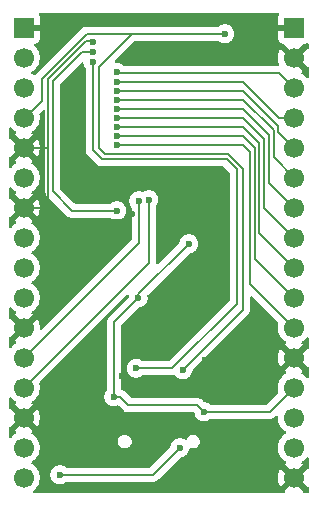
<source format=gbr>
%TF.GenerationSoftware,KiCad,Pcbnew,9.0.0*%
%TF.CreationDate,2025-05-27T11:33:04+06:00*%
%TF.ProjectId,devboard,64657662-6f61-4726-942e-6b696361645f,rev?*%
%TF.SameCoordinates,Original*%
%TF.FileFunction,Copper,L2,Bot*%
%TF.FilePolarity,Positive*%
%FSLAX46Y46*%
G04 Gerber Fmt 4.6, Leading zero omitted, Abs format (unit mm)*
G04 Created by KiCad (PCBNEW 9.0.0) date 2025-05-27 11:33:04*
%MOMM*%
%LPD*%
G01*
G04 APERTURE LIST*
%TA.AperFunction,Conductor*%
%ADD10C,0.200000*%
%TD*%
%TA.AperFunction,ComponentPad*%
%ADD11R,1.700000X1.700000*%
%TD*%
%TA.AperFunction,ComponentPad*%
%ADD12C,1.700000*%
%TD*%
%TA.AperFunction,ViaPad*%
%ADD13C,0.600000*%
%TD*%
G04 APERTURE END LIST*
D10*
%TO.N,GND*%
X139700000Y-76200000D02*
X141732000Y-76200000D01*
%TD*%
D11*
%TO.P,J3,1,Pin_1*%
%TO.N,GND*%
X139700000Y-66040000D03*
D12*
%TO.P,J3,2,Pin_2*%
%TO.N,VCC_3.3V*%
X139700000Y-68580000D03*
%TO.P,J3,3,Pin_3*%
%TO.N,BTN_BOOT*%
X139700000Y-71120000D03*
%TO.P,J3,4,Pin_4*%
%TO.N,BTN_RST*%
X139700000Y-73660000D03*
%TO.P,J3,5,Pin_5*%
%TO.N,GND*%
X139700000Y-76200000D03*
%TO.P,J3,6,Pin_6*%
%TO.N,CS*%
X139700000Y-78740000D03*
%TO.P,J3,7,Pin_7*%
%TO.N,GND*%
X139700000Y-81280000D03*
%TO.P,J3,8,Pin_8*%
%TO.N,MOSI*%
X139700000Y-83820000D03*
%TO.P,J3,9,Pin_9*%
%TO.N,MISO*%
X139700000Y-86360000D03*
%TO.P,J3,10,Pin_10*%
%TO.N,SCK*%
X139700000Y-88900000D03*
%TO.P,J3,11,Pin_11*%
%TO.N,GND*%
X139700000Y-91440000D03*
%TO.P,J3,12,Pin_12*%
%TO.N,TXD1*%
X139700000Y-93980000D03*
%TO.P,J3,13,Pin_13*%
%TO.N,RXD1*%
X139700000Y-96520000D03*
%TO.P,J3,14,Pin_14*%
%TO.N,GND*%
X139700000Y-99060000D03*
%TO.P,J3,15,Pin_15*%
%TO.N,14*%
X139700000Y-101600000D03*
%TO.P,J3,16,Pin_16*%
%TO.N,15*%
X139700000Y-104140000D03*
%TD*%
D11*
%TO.P,J4,1,Pin_1*%
%TO.N,GND*%
X162560000Y-66040000D03*
D12*
%TO.P,J4,2,Pin_2*%
X162560000Y-68580000D03*
%TO.P,J4,3,Pin_3*%
%TO.N,1*%
X162560000Y-71120000D03*
%TO.P,J4,4,Pin_4*%
%TO.N,2*%
X162560000Y-73660000D03*
%TO.P,J4,5,Pin_5*%
%TO.N,3*%
X162560000Y-76200000D03*
%TO.P,J4,6,Pin_6*%
%TO.N,4*%
X162560000Y-78740000D03*
%TO.P,J4,7,Pin_7*%
%TO.N,5*%
X162560000Y-81280000D03*
%TO.P,J4,8,Pin_8*%
%TO.N,6*%
X162560000Y-83820000D03*
%TO.P,J4,9,Pin_9*%
%TO.N,7*%
X162560000Y-86360000D03*
%TO.P,J4,10,Pin_10*%
%TO.N,8*%
X162560000Y-88900000D03*
%TO.P,J4,11,Pin_11*%
%TO.N,9*%
X162560000Y-91440000D03*
%TO.P,J4,12,Pin_12*%
%TO.N,GND*%
X162560000Y-93980000D03*
%TO.P,J4,13,Pin_13*%
%TO.N,VCC_5V*%
X162560000Y-96520000D03*
%TO.P,J4,14,Pin_14*%
%TO.N,EXT_D+*%
X162560000Y-99060000D03*
%TO.P,J4,15,Pin_15*%
%TO.N,EXT_D-*%
X162560000Y-101600000D03*
%TO.P,J4,16,Pin_16*%
%TO.N,GND*%
X162560000Y-104140000D03*
%TD*%
D13*
%TO.N,GND*%
X153500000Y-104522000D03*
X150000000Y-102500000D03*
X148000000Y-95500000D03*
X145500000Y-98000000D03*
X157500000Y-92000000D03*
X155000000Y-90500000D03*
X145000000Y-85000000D03*
X155000000Y-81000000D03*
X151500000Y-82500000D03*
X156000000Y-78000000D03*
X150500000Y-78000000D03*
X145500000Y-78000000D03*
%TO.N,1*%
X147563638Y-69812064D03*
%TO.N,2*%
X147574000Y-70612000D03*
%TO.N,8*%
X147574000Y-75184000D03*
%TO.N,4*%
X147574000Y-72136000D03*
%TO.N,5*%
X147574000Y-72898000D03*
%TO.N,7*%
X147574000Y-74422000D03*
%TO.N,6*%
X147574000Y-73660000D03*
%TO.N,GND*%
X157480000Y-93472000D03*
X155000000Y-94150265D03*
X142748000Y-94996000D03*
X142621000Y-88519000D03*
X145542000Y-67271997D03*
X142621000Y-81661000D03*
X148830000Y-81788000D03*
%TO.N,Net-(J1-CC2)*%
X152908000Y-101600000D03*
X142748000Y-103886000D03*
%TO.N,VCC_5V*%
X147320000Y-97282000D03*
X154940000Y-98552000D03*
X153670000Y-84328000D03*
X149379750Y-88927750D03*
%TO.N,VCC_3.3V*%
X145542000Y-68072000D03*
X147574000Y-81534000D03*
%TO.N,BTN_RST*%
X156718000Y-66548000D03*
X153162000Y-94996000D03*
%TO.N,BTN_BOOT*%
X149225000Y-94869000D03*
X145542000Y-68914558D03*
%TO.N,9*%
X147574000Y-75946000D03*
%TO.N,3*%
X147574000Y-71374000D03*
%TO.N,RXD1*%
X150280000Y-80606000D03*
%TO.N,TXD1*%
X149430000Y-80694000D03*
%TD*%
D10*
%TO.N,VCC_5V*%
X147320000Y-97282000D02*
X147828000Y-97282000D01*
X154388000Y-98000000D02*
X154940000Y-98552000D01*
X147828000Y-97282000D02*
X148546000Y-98000000D01*
X148546000Y-98000000D02*
X154388000Y-98000000D01*
%TO.N,GND*%
X155531735Y-94150265D02*
X156210000Y-93472000D01*
X155000000Y-94150265D02*
X155531735Y-94150265D01*
X156210000Y-93472000D02*
X157480000Y-93472000D01*
%TO.N,1*%
X147563638Y-69812064D02*
X147601574Y-69850000D01*
X147601574Y-69850000D02*
X161290000Y-69850000D01*
X161290000Y-69850000D02*
X162560000Y-71120000D01*
%TO.N,2*%
X161290000Y-73660000D02*
X158242000Y-70612000D01*
X158242000Y-70612000D02*
X147574000Y-70612000D01*
X162560000Y-73660000D02*
X161290000Y-73660000D01*
%TO.N,8*%
X159245900Y-76200822D02*
X159245900Y-85585900D01*
X147574000Y-75184000D02*
X158229078Y-75184000D01*
X158229078Y-75184000D02*
X159245900Y-76200822D01*
X159245900Y-85585900D02*
X162560000Y-88900000D01*
%TO.N,4*%
X162560000Y-77978000D02*
X162560000Y-78740000D01*
X160849900Y-77029900D02*
X162560000Y-78740000D01*
X147574000Y-72136000D02*
X158242000Y-72136000D01*
X158242000Y-72136000D02*
X160849900Y-74743900D01*
X160849900Y-74743900D02*
X160849900Y-77029900D01*
%TO.N,5*%
X160448900Y-75104900D02*
X160448900Y-79168900D01*
X160448900Y-79168900D02*
X162560000Y-81280000D01*
X147574000Y-72898000D02*
X158242000Y-72898000D01*
X158242000Y-72898000D02*
X160448900Y-75104900D01*
%TO.N,7*%
X159646900Y-75826900D02*
X159646900Y-83446900D01*
X158242000Y-74422000D02*
X159646900Y-75826900D01*
X147574000Y-74422000D02*
X158242000Y-74422000D01*
X159646900Y-83446900D02*
X162560000Y-86360000D01*
%TO.N,6*%
X158242000Y-73660000D02*
X160047900Y-75465900D01*
X147574000Y-73660000D02*
X158242000Y-73660000D01*
X160047900Y-75465900D02*
X160047900Y-81307900D01*
X160047900Y-81307900D02*
X162560000Y-83820000D01*
%TO.N,GND*%
X144957835Y-67191265D02*
X141732000Y-70417100D01*
X145288000Y-67191265D02*
X144957835Y-67191265D01*
X145368732Y-67271997D02*
X145288000Y-67191265D01*
X143256000Y-82296000D02*
X142621000Y-81661000D01*
X139700000Y-99060000D02*
X141986000Y-96774000D01*
X141732000Y-80772000D02*
X142621000Y-81661000D01*
X142621000Y-81661000D02*
X141605000Y-81661000D01*
X141986000Y-96774000D02*
X141986000Y-95758000D01*
X142621000Y-81661000D02*
X142621000Y-88519000D01*
X141224000Y-81280000D02*
X139700000Y-81280000D01*
X141732000Y-70417100D02*
X141732000Y-80772000D01*
X148082000Y-82296000D02*
X143256000Y-82296000D01*
X141605000Y-81661000D02*
X141224000Y-81280000D01*
X141986000Y-95758000D02*
X142748000Y-94996000D01*
X145542000Y-67271997D02*
X145368732Y-67271997D01*
X148590000Y-81788000D02*
X148082000Y-82296000D01*
X142621000Y-88519000D02*
X139700000Y-91440000D01*
X148830000Y-81788000D02*
X148590000Y-81788000D01*
%TO.N,Net-(J1-CC2)*%
X142748000Y-103886000D02*
X150622000Y-103886000D01*
X150622000Y-103886000D02*
X152908000Y-101600000D01*
%TO.N,VCC_5V*%
X154940000Y-98552000D02*
X160528000Y-98552000D01*
X147320000Y-90987500D02*
X149379750Y-88927750D01*
X160528000Y-98552000D02*
X162560000Y-96520000D01*
X149379750Y-88618250D02*
X153670000Y-84328000D01*
X149379750Y-88927750D02*
X149379750Y-88618250D01*
X147320000Y-97282000D02*
X147320000Y-90987500D01*
%TO.N,VCC_3.3V*%
X142133000Y-70583200D02*
X142133000Y-79903000D01*
X142133000Y-79903000D02*
X143764000Y-81534000D01*
X145542000Y-68072000D02*
X144644200Y-68072000D01*
X144644200Y-68072000D02*
X142133000Y-70583200D01*
X143764000Y-81534000D02*
X147574000Y-81534000D01*
%TO.N,BTN_RST*%
X156972000Y-76708000D02*
X146554754Y-76708000D01*
X141224000Y-72271000D02*
X139835000Y-73660000D01*
X141224000Y-70358000D02*
X141224000Y-72271000D01*
X146554754Y-76708000D02*
X146050000Y-76203246D01*
X149098000Y-66548000D02*
X145034000Y-66548000D01*
X146050000Y-69342000D02*
X148844000Y-66548000D01*
X139835000Y-73660000D02*
X139700000Y-73660000D01*
X158242000Y-77978000D02*
X156972000Y-76708000D01*
X158242000Y-89916000D02*
X158242000Y-77978000D01*
X156718000Y-66548000D02*
X149098000Y-66548000D01*
X146050000Y-76203246D02*
X146050000Y-69342000D01*
X148844000Y-66548000D02*
X149098000Y-66548000D01*
X145034000Y-66548000D02*
X141224000Y-70358000D01*
X153162000Y-94996000D02*
X158242000Y-89916000D01*
%TO.N,BTN_BOOT*%
X157734000Y-89408000D02*
X152273000Y-94869000D01*
X157734000Y-78037100D02*
X157734000Y-89408000D01*
X145542000Y-68914558D02*
X145542000Y-76400521D01*
X152273000Y-94869000D02*
X149225000Y-94869000D01*
X156886160Y-77189260D02*
X157734000Y-78037100D01*
X146330739Y-77189260D02*
X156886160Y-77189260D01*
X145542000Y-76400521D02*
X146330739Y-77189260D01*
%TO.N,9*%
X147574000Y-75946000D02*
X158242000Y-75946000D01*
X158844900Y-76548900D02*
X158844900Y-87724900D01*
X158242000Y-75946000D02*
X158844900Y-76548900D01*
X158844900Y-87724900D02*
X162560000Y-91440000D01*
%TO.N,3*%
X161260450Y-74392450D02*
X158242000Y-71374000D01*
X161260450Y-74900450D02*
X161260450Y-74392450D01*
X162560000Y-76200000D02*
X161260450Y-74900450D01*
X158242000Y-71374000D02*
X147574000Y-71374000D01*
%TO.N,RXD1*%
X150280000Y-85940000D02*
X139700000Y-96520000D01*
X150280000Y-80606000D02*
X150280000Y-85940000D01*
%TO.N,TXD1*%
X149430000Y-84250000D02*
X139700000Y-93980000D01*
X149430000Y-80694000D02*
X149430000Y-84250000D01*
%TD*%
%TA.AperFunction,Conductor*%
%TO.N,GND*%
G36*
X148510340Y-88661407D02*
G01*
X148566273Y-88703279D01*
X148590690Y-88768743D01*
X148588623Y-88801781D01*
X148579111Y-88849600D01*
X148546726Y-88911511D01*
X148545175Y-88913089D01*
X146839481Y-90618782D01*
X146839479Y-90618785D01*
X146789361Y-90705594D01*
X146789359Y-90705596D01*
X146760425Y-90755709D01*
X146760424Y-90755710D01*
X146760423Y-90755715D01*
X146719499Y-90908443D01*
X146719499Y-90908445D01*
X146719499Y-91076546D01*
X146719500Y-91076559D01*
X146719500Y-96702234D01*
X146699815Y-96769273D01*
X146698602Y-96771125D01*
X146610609Y-96902814D01*
X146610602Y-96902827D01*
X146550264Y-97048498D01*
X146550261Y-97048510D01*
X146519500Y-97203153D01*
X146519500Y-97360846D01*
X146550261Y-97515489D01*
X146550264Y-97515501D01*
X146610602Y-97661172D01*
X146610609Y-97661185D01*
X146698210Y-97792288D01*
X146698213Y-97792292D01*
X146809707Y-97903786D01*
X146809711Y-97903789D01*
X146940814Y-97991390D01*
X146940827Y-97991397D01*
X147082626Y-98050131D01*
X147086503Y-98051737D01*
X147241153Y-98082499D01*
X147241156Y-98082500D01*
X147241158Y-98082500D01*
X147398844Y-98082500D01*
X147398845Y-98082499D01*
X147553497Y-98051737D01*
X147614840Y-98026327D01*
X147684305Y-98018858D01*
X147746785Y-98050131D01*
X147749972Y-98053207D01*
X148061139Y-98364374D01*
X148061149Y-98364385D01*
X148065479Y-98368715D01*
X148065480Y-98368716D01*
X148177284Y-98480520D01*
X148177286Y-98480521D01*
X148177290Y-98480524D01*
X148283058Y-98541588D01*
X148314216Y-98559577D01*
X148413149Y-98586086D01*
X148413148Y-98586086D01*
X148424516Y-98589131D01*
X148466942Y-98600500D01*
X148466943Y-98600500D01*
X154031700Y-98600500D01*
X154098739Y-98620185D01*
X154144494Y-98672989D01*
X154153317Y-98700308D01*
X154170261Y-98785491D01*
X154170264Y-98785501D01*
X154230602Y-98931172D01*
X154230609Y-98931185D01*
X154318210Y-99062288D01*
X154318213Y-99062292D01*
X154429707Y-99173786D01*
X154429711Y-99173789D01*
X154560814Y-99261390D01*
X154560827Y-99261397D01*
X154706498Y-99321735D01*
X154706503Y-99321737D01*
X154861153Y-99352499D01*
X154861156Y-99352500D01*
X154861158Y-99352500D01*
X155018844Y-99352500D01*
X155018845Y-99352499D01*
X155173497Y-99321737D01*
X155319179Y-99261394D01*
X155331752Y-99252993D01*
X155450875Y-99173398D01*
X155517553Y-99152520D01*
X155519766Y-99152500D01*
X160441331Y-99152500D01*
X160441347Y-99152501D01*
X160448943Y-99152501D01*
X160607054Y-99152501D01*
X160607057Y-99152501D01*
X160759785Y-99111577D01*
X160809904Y-99082639D01*
X160896716Y-99032520D01*
X160997820Y-98931415D01*
X161059141Y-98897932D01*
X161128833Y-98902916D01*
X161184767Y-98944787D01*
X161209184Y-99010251D01*
X161209500Y-99019098D01*
X161209500Y-99166286D01*
X161242753Y-99376239D01*
X161308444Y-99578414D01*
X161404951Y-99767820D01*
X161529890Y-99939786D01*
X161680213Y-100090109D01*
X161852182Y-100215050D01*
X161860946Y-100219516D01*
X161911742Y-100267491D01*
X161928536Y-100335312D01*
X161905998Y-100401447D01*
X161860946Y-100440484D01*
X161852182Y-100444949D01*
X161680213Y-100569890D01*
X161529890Y-100720213D01*
X161404951Y-100892179D01*
X161308444Y-101081585D01*
X161242753Y-101283760D01*
X161237942Y-101314136D01*
X161209500Y-101493713D01*
X161209500Y-101706287D01*
X161242754Y-101916243D01*
X161305803Y-102110288D01*
X161308444Y-102118414D01*
X161404951Y-102307820D01*
X161529890Y-102479786D01*
X161680213Y-102630109D01*
X161852179Y-102755048D01*
X161852181Y-102755049D01*
X161852184Y-102755051D01*
X161861493Y-102759794D01*
X161912290Y-102807766D01*
X161929087Y-102875587D01*
X161906552Y-102941722D01*
X161861505Y-102980760D01*
X161852446Y-102985376D01*
X161852440Y-102985380D01*
X161798282Y-103024727D01*
X161798282Y-103024728D01*
X162430591Y-103657037D01*
X162367007Y-103674075D01*
X162252993Y-103739901D01*
X162159901Y-103832993D01*
X162094075Y-103947007D01*
X162077037Y-104010591D01*
X161444728Y-103378282D01*
X161444727Y-103378282D01*
X161405380Y-103432439D01*
X161308904Y-103621782D01*
X161243242Y-103823869D01*
X161243242Y-103823872D01*
X161210000Y-104033753D01*
X161210000Y-104246246D01*
X161243242Y-104456127D01*
X161243242Y-104456130D01*
X161308904Y-104658217D01*
X161405375Y-104847550D01*
X161444728Y-104901716D01*
X162077037Y-104269408D01*
X162094075Y-104332993D01*
X162159901Y-104447007D01*
X162252993Y-104540099D01*
X162367007Y-104605925D01*
X162430590Y-104622962D01*
X161798282Y-105255269D01*
X161800526Y-105283770D01*
X161786162Y-105352147D01*
X161737112Y-105401905D01*
X161676908Y-105417500D01*
X140620914Y-105417500D01*
X140553875Y-105397815D01*
X140508120Y-105345011D01*
X140498176Y-105275853D01*
X140527201Y-105212297D01*
X140548029Y-105193182D01*
X140579785Y-105170109D01*
X140579783Y-105170109D01*
X140579792Y-105170104D01*
X140730104Y-105019792D01*
X140730106Y-105019788D01*
X140730109Y-105019786D01*
X140855048Y-104847820D01*
X140855047Y-104847820D01*
X140855051Y-104847816D01*
X140951557Y-104658412D01*
X141017246Y-104456243D01*
X141050500Y-104246287D01*
X141050500Y-104033713D01*
X141017246Y-103823757D01*
X141011851Y-103807153D01*
X141947500Y-103807153D01*
X141947500Y-103964846D01*
X141978261Y-104119489D01*
X141978264Y-104119501D01*
X142038602Y-104265172D01*
X142038609Y-104265185D01*
X142126210Y-104396288D01*
X142126213Y-104396292D01*
X142237707Y-104507786D01*
X142237711Y-104507789D01*
X142368814Y-104595390D01*
X142368827Y-104595397D01*
X142476510Y-104640000D01*
X142514503Y-104655737D01*
X142669153Y-104686499D01*
X142669156Y-104686500D01*
X142669158Y-104686500D01*
X142826844Y-104686500D01*
X142826845Y-104686499D01*
X142981497Y-104655737D01*
X143127179Y-104595394D01*
X143209934Y-104540099D01*
X143258875Y-104507398D01*
X143325553Y-104486520D01*
X143327766Y-104486500D01*
X150535331Y-104486500D01*
X150535347Y-104486501D01*
X150542943Y-104486501D01*
X150701054Y-104486501D01*
X150701057Y-104486501D01*
X150853785Y-104445577D01*
X150903904Y-104416639D01*
X150990716Y-104366520D01*
X151102520Y-104254716D01*
X151102520Y-104254714D01*
X151112728Y-104244507D01*
X151112729Y-104244504D01*
X152922662Y-102434572D01*
X152983983Y-102401089D01*
X152986150Y-102400638D01*
X153044085Y-102389113D01*
X153141497Y-102369737D01*
X153287179Y-102309394D01*
X153418289Y-102221789D01*
X153529789Y-102110289D01*
X153617394Y-101979179D01*
X153677737Y-101833497D01*
X153696742Y-101737955D01*
X153729127Y-101676044D01*
X153789842Y-101641470D01*
X153850450Y-101642370D01*
X153944234Y-101667500D01*
X153944236Y-101667500D01*
X154095764Y-101667500D01*
X154095766Y-101667500D01*
X154242135Y-101628281D01*
X154373365Y-101552515D01*
X154480515Y-101445365D01*
X154556281Y-101314135D01*
X154595500Y-101167766D01*
X154595500Y-101016234D01*
X154556281Y-100869865D01*
X154480515Y-100738635D01*
X154373365Y-100631485D01*
X154307750Y-100593602D01*
X154242136Y-100555719D01*
X154168950Y-100536109D01*
X154095766Y-100516500D01*
X153944234Y-100516500D01*
X153797863Y-100555719D01*
X153666635Y-100631485D01*
X153666632Y-100631487D01*
X153559487Y-100738632D01*
X153559485Y-100738635D01*
X153486561Y-100864942D01*
X153435993Y-100913157D01*
X153367386Y-100926379D01*
X153310283Y-100906043D01*
X153287185Y-100890609D01*
X153287172Y-100890602D01*
X153141501Y-100830264D01*
X153141489Y-100830261D01*
X152986845Y-100799500D01*
X152986842Y-100799500D01*
X152829158Y-100799500D01*
X152829155Y-100799500D01*
X152674510Y-100830261D01*
X152674498Y-100830264D01*
X152528827Y-100890602D01*
X152528814Y-100890609D01*
X152397711Y-100978210D01*
X152397707Y-100978213D01*
X152286213Y-101089707D01*
X152286210Y-101089711D01*
X152198609Y-101220814D01*
X152198602Y-101220827D01*
X152138264Y-101366498D01*
X152138261Y-101366508D01*
X152107361Y-101521850D01*
X152074976Y-101583761D01*
X152073425Y-101585339D01*
X150409584Y-103249181D01*
X150348261Y-103282666D01*
X150321903Y-103285500D01*
X143327766Y-103285500D01*
X143260727Y-103265815D01*
X143258875Y-103264602D01*
X143127185Y-103176609D01*
X143127172Y-103176602D01*
X142981501Y-103116264D01*
X142981489Y-103116261D01*
X142826845Y-103085500D01*
X142826842Y-103085500D01*
X142669158Y-103085500D01*
X142669155Y-103085500D01*
X142514510Y-103116261D01*
X142514498Y-103116264D01*
X142368827Y-103176602D01*
X142368814Y-103176609D01*
X142237711Y-103264210D01*
X142237707Y-103264213D01*
X142126213Y-103375707D01*
X142126210Y-103375711D01*
X142038609Y-103506814D01*
X142038602Y-103506827D01*
X141978264Y-103652498D01*
X141978261Y-103652510D01*
X141947500Y-103807153D01*
X141011851Y-103807153D01*
X140951557Y-103621588D01*
X140855051Y-103432184D01*
X140855049Y-103432181D01*
X140855048Y-103432179D01*
X140730109Y-103260213D01*
X140579786Y-103109890D01*
X140407820Y-102984951D01*
X140399600Y-102980763D01*
X140399054Y-102980485D01*
X140348259Y-102932512D01*
X140331463Y-102864692D01*
X140353999Y-102798556D01*
X140399054Y-102759515D01*
X140407816Y-102755051D01*
X140429789Y-102739086D01*
X140579786Y-102630109D01*
X140579788Y-102630106D01*
X140579792Y-102630104D01*
X140730104Y-102479792D01*
X140730106Y-102479788D01*
X140730109Y-102479786D01*
X140853902Y-102309397D01*
X140855051Y-102307816D01*
X140951557Y-102118412D01*
X141017246Y-101916243D01*
X141050500Y-101706287D01*
X141050500Y-101493713D01*
X141017246Y-101283757D01*
X140951557Y-101081588D01*
X140918258Y-101016234D01*
X147664500Y-101016234D01*
X147664500Y-101167766D01*
X147684109Y-101240950D01*
X147703719Y-101314136D01*
X147733951Y-101366498D01*
X147779485Y-101445365D01*
X147886635Y-101552515D01*
X148017865Y-101628281D01*
X148164234Y-101667500D01*
X148164236Y-101667500D01*
X148315764Y-101667500D01*
X148315766Y-101667500D01*
X148462135Y-101628281D01*
X148593365Y-101552515D01*
X148700515Y-101445365D01*
X148776281Y-101314135D01*
X148815500Y-101167766D01*
X148815500Y-101016234D01*
X148776281Y-100869865D01*
X148700515Y-100738635D01*
X148593365Y-100631485D01*
X148527750Y-100593602D01*
X148462136Y-100555719D01*
X148388950Y-100536109D01*
X148315766Y-100516500D01*
X148164234Y-100516500D01*
X148017863Y-100555719D01*
X147886635Y-100631485D01*
X147886632Y-100631487D01*
X147779487Y-100738632D01*
X147779485Y-100738635D01*
X147703719Y-100869863D01*
X147666996Y-101006918D01*
X147664500Y-101016234D01*
X140918258Y-101016234D01*
X140855051Y-100892184D01*
X140855049Y-100892181D01*
X140855048Y-100892179D01*
X140730109Y-100720213D01*
X140579786Y-100569890D01*
X140407817Y-100444949D01*
X140398504Y-100440204D01*
X140347707Y-100392230D01*
X140330912Y-100324409D01*
X140353449Y-100258274D01*
X140398507Y-100219232D01*
X140407555Y-100214622D01*
X140461716Y-100175270D01*
X140461717Y-100175270D01*
X139829408Y-99542962D01*
X139892993Y-99525925D01*
X140007007Y-99460099D01*
X140100099Y-99367007D01*
X140165925Y-99252993D01*
X140182962Y-99189409D01*
X140815270Y-99821717D01*
X140815270Y-99821716D01*
X140854622Y-99767554D01*
X140951095Y-99578217D01*
X141016757Y-99376130D01*
X141016757Y-99376127D01*
X141050000Y-99166246D01*
X141050000Y-98953753D01*
X141016757Y-98743872D01*
X141016757Y-98743869D01*
X140951095Y-98541782D01*
X140854624Y-98352449D01*
X140815270Y-98298282D01*
X140815269Y-98298282D01*
X140182962Y-98930590D01*
X140165925Y-98867007D01*
X140100099Y-98752993D01*
X140007007Y-98659901D01*
X139892993Y-98594075D01*
X139829409Y-98577037D01*
X140461716Y-97944728D01*
X140407547Y-97905373D01*
X140407547Y-97905372D01*
X140398500Y-97900763D01*
X140347706Y-97852788D01*
X140330912Y-97784966D01*
X140353451Y-97718832D01*
X140398508Y-97679793D01*
X140407816Y-97675051D01*
X140487007Y-97617515D01*
X140579786Y-97550109D01*
X140579788Y-97550106D01*
X140579792Y-97550104D01*
X140730104Y-97399792D01*
X140730106Y-97399788D01*
X140730109Y-97399786D01*
X140855048Y-97227820D01*
X140855047Y-97227820D01*
X140855051Y-97227816D01*
X140951557Y-97038412D01*
X141017246Y-96836243D01*
X141050500Y-96626287D01*
X141050500Y-96413713D01*
X141017246Y-96203757D01*
X141003506Y-96161473D01*
X141001512Y-96091635D01*
X141033755Y-96035478D01*
X148379327Y-88689906D01*
X148440648Y-88656423D01*
X148510340Y-88661407D01*
G37*
%TD.AperFunction*%
%TA.AperFunction,Conductor*%
G36*
X163675270Y-104901717D02*
G01*
X163703771Y-104899474D01*
X163772148Y-104913838D01*
X163821905Y-104962890D01*
X163837500Y-105023092D01*
X163837500Y-105293500D01*
X163817815Y-105360539D01*
X163765011Y-105406294D01*
X163713500Y-105417500D01*
X163443092Y-105417500D01*
X163376053Y-105397815D01*
X163330298Y-105345011D01*
X163319474Y-105283771D01*
X163321717Y-105255270D01*
X162689408Y-104622962D01*
X162752993Y-104605925D01*
X162867007Y-104540099D01*
X162960099Y-104447007D01*
X163025925Y-104332993D01*
X163042962Y-104269409D01*
X163675270Y-104901717D01*
G37*
%TD.AperFunction*%
%TA.AperFunction,Conductor*%
G36*
X163799919Y-102431987D02*
G01*
X163834277Y-102492825D01*
X163837500Y-102520913D01*
X163837500Y-103256907D01*
X163817815Y-103323946D01*
X163765011Y-103369701D01*
X163703771Y-103380525D01*
X163675270Y-103378281D01*
X163042962Y-104010590D01*
X163025925Y-103947007D01*
X162960099Y-103832993D01*
X162867007Y-103739901D01*
X162752993Y-103674075D01*
X162689409Y-103657037D01*
X163321716Y-103024728D01*
X163267547Y-102985373D01*
X163267547Y-102985372D01*
X163258500Y-102980763D01*
X163207706Y-102932788D01*
X163190912Y-102864966D01*
X163213451Y-102798832D01*
X163258508Y-102759793D01*
X163267816Y-102755051D01*
X163347007Y-102697515D01*
X163439786Y-102630109D01*
X163439788Y-102630106D01*
X163439792Y-102630104D01*
X163590104Y-102479792D01*
X163613181Y-102448028D01*
X163668510Y-102405363D01*
X163738123Y-102399382D01*
X163799919Y-102431987D01*
G37*
%TD.AperFunction*%
%TA.AperFunction,Conductor*%
G36*
X139234075Y-99252993D02*
G01*
X139299901Y-99367007D01*
X139392993Y-99460099D01*
X139507007Y-99525925D01*
X139570590Y-99542962D01*
X138938282Y-100175269D01*
X138938282Y-100175270D01*
X138992452Y-100214626D01*
X138992451Y-100214626D01*
X139001495Y-100219234D01*
X139052292Y-100267208D01*
X139069087Y-100335029D01*
X139046550Y-100401164D01*
X139001499Y-100440202D01*
X138992182Y-100444949D01*
X138820213Y-100569890D01*
X138669894Y-100720209D01*
X138669890Y-100720214D01*
X138646818Y-100751971D01*
X138591489Y-100794637D01*
X138521875Y-100800616D01*
X138460080Y-100768011D01*
X138425723Y-100707172D01*
X138422500Y-100679086D01*
X138422500Y-99943091D01*
X138442185Y-99876052D01*
X138494989Y-99830297D01*
X138556230Y-99819473D01*
X138584728Y-99821716D01*
X139217037Y-99189408D01*
X139234075Y-99252993D01*
G37*
%TD.AperFunction*%
%TA.AperFunction,Conductor*%
G36*
X138627703Y-97347200D02*
G01*
X138646819Y-97368029D01*
X138669892Y-97399788D01*
X138820213Y-97550109D01*
X138992179Y-97675048D01*
X138992181Y-97675049D01*
X138992184Y-97675051D01*
X139001493Y-97679794D01*
X139052290Y-97727766D01*
X139069087Y-97795587D01*
X139046552Y-97861722D01*
X139001505Y-97900760D01*
X138992446Y-97905376D01*
X138992440Y-97905380D01*
X138938282Y-97944727D01*
X138938282Y-97944728D01*
X139570591Y-98577037D01*
X139507007Y-98594075D01*
X139392993Y-98659901D01*
X139299901Y-98752993D01*
X139234075Y-98867007D01*
X139217037Y-98930591D01*
X138584728Y-98298282D01*
X138556229Y-98300525D01*
X138487852Y-98286161D01*
X138438095Y-98237109D01*
X138422500Y-98176907D01*
X138422500Y-97440913D01*
X138442185Y-97373874D01*
X138494989Y-97328119D01*
X138564147Y-97318175D01*
X138627703Y-97347200D01*
G37*
%TD.AperFunction*%
%TA.AperFunction,Conductor*%
G36*
X144680358Y-68987589D02*
G01*
X144736291Y-69029461D01*
X144758641Y-69079578D01*
X144772261Y-69148050D01*
X144772264Y-69148059D01*
X144832602Y-69293730D01*
X144832609Y-69293743D01*
X144920602Y-69425432D01*
X144941480Y-69492109D01*
X144941500Y-69494323D01*
X144941500Y-76313851D01*
X144941499Y-76313869D01*
X144941499Y-76479575D01*
X144941498Y-76479575D01*
X144982423Y-76632307D01*
X144995752Y-76655392D01*
X144995753Y-76655394D01*
X145061477Y-76769233D01*
X145061481Y-76769238D01*
X145180349Y-76888106D01*
X145180355Y-76888111D01*
X145845878Y-77553634D01*
X145845888Y-77553645D01*
X145850218Y-77557975D01*
X145850219Y-77557976D01*
X145962023Y-77669780D01*
X145962025Y-77669781D01*
X145962029Y-77669784D01*
X146098948Y-77748833D01*
X146098955Y-77748837D01*
X146207603Y-77777949D01*
X146251681Y-77789760D01*
X146251682Y-77789760D01*
X156586063Y-77789760D01*
X156653102Y-77809445D01*
X156673744Y-77826079D01*
X157097181Y-78249516D01*
X157130666Y-78310839D01*
X157133500Y-78337197D01*
X157133500Y-89107903D01*
X157113815Y-89174942D01*
X157097181Y-89195584D01*
X152060584Y-94232181D01*
X151999261Y-94265666D01*
X151972903Y-94268500D01*
X149804766Y-94268500D01*
X149737727Y-94248815D01*
X149735875Y-94247602D01*
X149604185Y-94159609D01*
X149604172Y-94159602D01*
X149458501Y-94099264D01*
X149458489Y-94099261D01*
X149303845Y-94068500D01*
X149303842Y-94068500D01*
X149146158Y-94068500D01*
X149146155Y-94068500D01*
X148991510Y-94099261D01*
X148991498Y-94099264D01*
X148845827Y-94159602D01*
X148845814Y-94159609D01*
X148714711Y-94247210D01*
X148714707Y-94247213D01*
X148603213Y-94358707D01*
X148603210Y-94358711D01*
X148515609Y-94489814D01*
X148515602Y-94489827D01*
X148455264Y-94635498D01*
X148455261Y-94635510D01*
X148424500Y-94790153D01*
X148424500Y-94947846D01*
X148455261Y-95102489D01*
X148455264Y-95102501D01*
X148515602Y-95248172D01*
X148515609Y-95248185D01*
X148603210Y-95379288D01*
X148603213Y-95379292D01*
X148714707Y-95490786D01*
X148714711Y-95490789D01*
X148845814Y-95578390D01*
X148845827Y-95578397D01*
X148963582Y-95627172D01*
X148991503Y-95638737D01*
X149129191Y-95666125D01*
X149146153Y-95669499D01*
X149146156Y-95669500D01*
X149146158Y-95669500D01*
X149303844Y-95669500D01*
X149303845Y-95669499D01*
X149458497Y-95638737D01*
X149604179Y-95578394D01*
X149604185Y-95578390D01*
X149735875Y-95490398D01*
X149802553Y-95469520D01*
X149804766Y-95469500D01*
X152186331Y-95469500D01*
X152186347Y-95469501D01*
X152193943Y-95469501D01*
X152352056Y-95469501D01*
X152352057Y-95469501D01*
X152404960Y-95455325D01*
X152474808Y-95456986D01*
X152532671Y-95496148D01*
X152540151Y-95506201D01*
X152540205Y-95506283D01*
X152540213Y-95506292D01*
X152651707Y-95617786D01*
X152651711Y-95617789D01*
X152782814Y-95705390D01*
X152782827Y-95705397D01*
X152928498Y-95765735D01*
X152928503Y-95765737D01*
X153083153Y-95796499D01*
X153083156Y-95796500D01*
X153083158Y-95796500D01*
X153240844Y-95796500D01*
X153240845Y-95796499D01*
X153395497Y-95765737D01*
X153541179Y-95705394D01*
X153672289Y-95617789D01*
X153783789Y-95506289D01*
X153871394Y-95375179D01*
X153931737Y-95229497D01*
X153962500Y-95074842D01*
X153962638Y-95074150D01*
X153995023Y-95012239D01*
X153996519Y-95010715D01*
X158600506Y-90406727D01*
X158600511Y-90406724D01*
X158610714Y-90396520D01*
X158610716Y-90396520D01*
X158722520Y-90284716D01*
X158799399Y-90151557D01*
X158801577Y-90147785D01*
X158842501Y-89995057D01*
X158842501Y-89836943D01*
X158842501Y-89829348D01*
X158842500Y-89829330D01*
X158842500Y-88871097D01*
X158862185Y-88804058D01*
X158914989Y-88758303D01*
X158984147Y-88748359D01*
X159047703Y-88777384D01*
X159054181Y-88783416D01*
X161226241Y-90955476D01*
X161259726Y-91016799D01*
X161256492Y-91081473D01*
X161242753Y-91123757D01*
X161227422Y-91220558D01*
X161209500Y-91333713D01*
X161209500Y-91546287D01*
X161217625Y-91597583D01*
X161242753Y-91756239D01*
X161308444Y-91958414D01*
X161404951Y-92147820D01*
X161529890Y-92319786D01*
X161680213Y-92470109D01*
X161852179Y-92595048D01*
X161852181Y-92595049D01*
X161852184Y-92595051D01*
X161861493Y-92599794D01*
X161912290Y-92647766D01*
X161929087Y-92715587D01*
X161906552Y-92781722D01*
X161861505Y-92820760D01*
X161852446Y-92825376D01*
X161852440Y-92825380D01*
X161798282Y-92864727D01*
X161798282Y-92864728D01*
X162430591Y-93497037D01*
X162367007Y-93514075D01*
X162252993Y-93579901D01*
X162159901Y-93672993D01*
X162094075Y-93787007D01*
X162077037Y-93850591D01*
X161444728Y-93218282D01*
X161444727Y-93218282D01*
X161405380Y-93272439D01*
X161308904Y-93461782D01*
X161243242Y-93663869D01*
X161243242Y-93663872D01*
X161210000Y-93873753D01*
X161210000Y-94086246D01*
X161243242Y-94296127D01*
X161243242Y-94296130D01*
X161308904Y-94498217D01*
X161405375Y-94687550D01*
X161444728Y-94741716D01*
X162077037Y-94109408D01*
X162094075Y-94172993D01*
X162159901Y-94287007D01*
X162252993Y-94380099D01*
X162367007Y-94445925D01*
X162430590Y-94462962D01*
X161798282Y-95095269D01*
X161798282Y-95095270D01*
X161852452Y-95134626D01*
X161852451Y-95134626D01*
X161861495Y-95139234D01*
X161912292Y-95187208D01*
X161929087Y-95255029D01*
X161906550Y-95321164D01*
X161861499Y-95360202D01*
X161852182Y-95364949D01*
X161680213Y-95489890D01*
X161529890Y-95640213D01*
X161404951Y-95812179D01*
X161308444Y-96001585D01*
X161242753Y-96203760D01*
X161209500Y-96413713D01*
X161209500Y-96626286D01*
X161242754Y-96836244D01*
X161242754Y-96836247D01*
X161256491Y-96878523D01*
X161258486Y-96948364D01*
X161226241Y-97004522D01*
X160315584Y-97915181D01*
X160254261Y-97948666D01*
X160227903Y-97951500D01*
X155519766Y-97951500D01*
X155452727Y-97931815D01*
X155450875Y-97930602D01*
X155319185Y-97842609D01*
X155319172Y-97842602D01*
X155173501Y-97782264D01*
X155173491Y-97782261D01*
X155018149Y-97751361D01*
X155001392Y-97742595D01*
X154982914Y-97738576D01*
X154957877Y-97719833D01*
X154956238Y-97718976D01*
X154954660Y-97717425D01*
X154875590Y-97638355D01*
X154875588Y-97638352D01*
X154756717Y-97519481D01*
X154756716Y-97519480D01*
X154669904Y-97469360D01*
X154669904Y-97469359D01*
X154669900Y-97469358D01*
X154619785Y-97440423D01*
X154467057Y-97399499D01*
X154308943Y-97399499D01*
X154301347Y-97399499D01*
X154301331Y-97399500D01*
X148846097Y-97399500D01*
X148779058Y-97379815D01*
X148758416Y-97363181D01*
X148315590Y-96920355D01*
X148315588Y-96920352D01*
X148196717Y-96801481D01*
X148196716Y-96801480D01*
X148109904Y-96751360D01*
X148059785Y-96722423D01*
X148004057Y-96707490D01*
X147996094Y-96704114D01*
X147975489Y-96687224D01*
X147952744Y-96673360D01*
X147948886Y-96665418D01*
X147942058Y-96659821D01*
X147933856Y-96634477D01*
X147922216Y-96610513D01*
X147920865Y-96594332D01*
X147920546Y-96593345D01*
X147920726Y-96592662D01*
X147920500Y-96589952D01*
X147920500Y-91287597D01*
X147940185Y-91220558D01*
X147956819Y-91199916D01*
X148649757Y-90506978D01*
X149394412Y-89762322D01*
X149455733Y-89728839D01*
X149457900Y-89728388D01*
X149515835Y-89716863D01*
X149613247Y-89697487D01*
X149758929Y-89637144D01*
X149890039Y-89549539D01*
X150001539Y-89438039D01*
X150089144Y-89306929D01*
X150149487Y-89161247D01*
X150180250Y-89006592D01*
X150180250Y-88848908D01*
X150180250Y-88848905D01*
X150162997Y-88762173D01*
X150169224Y-88692582D01*
X150196931Y-88650302D01*
X153684664Y-85162571D01*
X153745985Y-85129088D01*
X153748152Y-85128637D01*
X153748841Y-85128500D01*
X153748842Y-85128500D01*
X153903497Y-85097737D01*
X154049179Y-85037394D01*
X154180289Y-84949789D01*
X154291789Y-84838289D01*
X154379394Y-84707179D01*
X154382456Y-84699788D01*
X154439735Y-84561501D01*
X154439737Y-84561497D01*
X154470500Y-84406842D01*
X154470500Y-84249158D01*
X154470500Y-84249155D01*
X154470499Y-84249153D01*
X154464916Y-84221085D01*
X154439737Y-84094503D01*
X154401117Y-84001265D01*
X154379397Y-83948827D01*
X154379390Y-83948814D01*
X154291789Y-83817711D01*
X154291786Y-83817707D01*
X154180292Y-83706213D01*
X154180288Y-83706210D01*
X154049185Y-83618609D01*
X154049172Y-83618602D01*
X153903501Y-83558264D01*
X153903489Y-83558261D01*
X153748845Y-83527500D01*
X153748842Y-83527500D01*
X153591158Y-83527500D01*
X153591155Y-83527500D01*
X153436510Y-83558261D01*
X153436498Y-83558264D01*
X153290827Y-83618602D01*
X153290814Y-83618609D01*
X153159711Y-83706210D01*
X153159707Y-83706213D01*
X153048213Y-83817707D01*
X153048210Y-83817711D01*
X152960609Y-83948814D01*
X152960602Y-83948827D01*
X152900264Y-84094498D01*
X152900261Y-84094508D01*
X152869362Y-84249848D01*
X152836977Y-84311759D01*
X152835426Y-84313337D01*
X151092181Y-86056583D01*
X151030858Y-86090068D01*
X150961166Y-86085084D01*
X150905233Y-86043212D01*
X150880816Y-85977748D01*
X150880500Y-85968902D01*
X150880500Y-81185765D01*
X150900185Y-81118726D01*
X150901398Y-81116874D01*
X150989390Y-80985185D01*
X150989390Y-80985184D01*
X150989394Y-80985179D01*
X151049737Y-80839497D01*
X151080500Y-80684842D01*
X151080500Y-80527158D01*
X151080500Y-80527155D01*
X151080499Y-80527153D01*
X151059838Y-80423284D01*
X151049737Y-80372503D01*
X151025842Y-80314814D01*
X150989397Y-80226827D01*
X150989390Y-80226814D01*
X150901789Y-80095711D01*
X150901786Y-80095707D01*
X150790292Y-79984213D01*
X150790288Y-79984210D01*
X150659185Y-79896609D01*
X150659172Y-79896602D01*
X150513501Y-79836264D01*
X150513489Y-79836261D01*
X150358845Y-79805500D01*
X150358842Y-79805500D01*
X150201158Y-79805500D01*
X150201155Y-79805500D01*
X150046510Y-79836261D01*
X150046498Y-79836264D01*
X149900828Y-79896602D01*
X149900812Y-79896611D01*
X149839556Y-79937540D01*
X149772878Y-79958417D01*
X149723216Y-79948999D01*
X149698670Y-79938832D01*
X149663497Y-79924263D01*
X149663493Y-79924262D01*
X149663488Y-79924260D01*
X149508845Y-79893500D01*
X149508842Y-79893500D01*
X149351158Y-79893500D01*
X149351155Y-79893500D01*
X149196510Y-79924261D01*
X149196498Y-79924264D01*
X149050827Y-79984602D01*
X149050814Y-79984609D01*
X148919711Y-80072210D01*
X148919707Y-80072213D01*
X148808213Y-80183707D01*
X148808210Y-80183711D01*
X148720609Y-80314814D01*
X148720602Y-80314827D01*
X148660264Y-80460498D01*
X148660261Y-80460510D01*
X148629500Y-80615153D01*
X148629500Y-80772846D01*
X148660261Y-80927489D01*
X148660264Y-80927501D01*
X148720602Y-81073172D01*
X148720609Y-81073185D01*
X148808602Y-81204874D01*
X148829480Y-81271551D01*
X148829500Y-81273765D01*
X148829500Y-83949902D01*
X148809815Y-84016941D01*
X148793181Y-84037583D01*
X141261681Y-91569082D01*
X141200358Y-91602567D01*
X141130666Y-91597583D01*
X141074733Y-91555711D01*
X141050316Y-91490247D01*
X141050000Y-91481401D01*
X141050000Y-91333753D01*
X141016757Y-91123872D01*
X141016757Y-91123869D01*
X140951095Y-90921782D01*
X140854624Y-90732449D01*
X140815270Y-90678282D01*
X140815269Y-90678282D01*
X140182962Y-91310590D01*
X140165925Y-91247007D01*
X140100099Y-91132993D01*
X140007007Y-91039901D01*
X139892993Y-90974075D01*
X139829409Y-90957037D01*
X140461716Y-90324728D01*
X140407547Y-90285373D01*
X140407547Y-90285372D01*
X140398500Y-90280763D01*
X140347706Y-90232788D01*
X140330912Y-90164966D01*
X140353451Y-90098832D01*
X140398508Y-90059793D01*
X140407816Y-90055051D01*
X140490395Y-89995054D01*
X140579786Y-89930109D01*
X140579788Y-89930106D01*
X140579792Y-89930104D01*
X140730104Y-89779792D01*
X140730106Y-89779788D01*
X140730109Y-89779786D01*
X140855048Y-89607820D01*
X140855047Y-89607820D01*
X140855051Y-89607816D01*
X140951557Y-89418412D01*
X141017246Y-89216243D01*
X141050500Y-89006287D01*
X141050500Y-88793713D01*
X141017246Y-88583757D01*
X140951557Y-88381588D01*
X140855051Y-88192184D01*
X140855049Y-88192181D01*
X140855048Y-88192179D01*
X140730109Y-88020213D01*
X140579786Y-87869890D01*
X140407820Y-87744951D01*
X140407115Y-87744591D01*
X140399054Y-87740485D01*
X140348259Y-87692512D01*
X140331463Y-87624692D01*
X140353999Y-87558556D01*
X140399054Y-87519515D01*
X140407816Y-87515051D01*
X140495755Y-87451160D01*
X140579786Y-87390109D01*
X140579788Y-87390106D01*
X140579792Y-87390104D01*
X140730104Y-87239792D01*
X140730106Y-87239788D01*
X140730109Y-87239786D01*
X140855048Y-87067820D01*
X140855047Y-87067820D01*
X140855051Y-87067816D01*
X140951557Y-86878412D01*
X141017246Y-86676243D01*
X141050500Y-86466287D01*
X141050500Y-86253713D01*
X141017246Y-86043757D01*
X140951557Y-85841588D01*
X140855051Y-85652184D01*
X140855049Y-85652181D01*
X140855048Y-85652179D01*
X140730109Y-85480213D01*
X140579786Y-85329890D01*
X140407820Y-85204951D01*
X140407115Y-85204591D01*
X140399054Y-85200485D01*
X140348259Y-85152512D01*
X140331463Y-85084692D01*
X140353999Y-85018556D01*
X140399054Y-84979515D01*
X140407816Y-84975051D01*
X140442591Y-84949786D01*
X140579786Y-84850109D01*
X140579788Y-84850106D01*
X140579792Y-84850104D01*
X140730104Y-84699792D01*
X140730106Y-84699788D01*
X140730109Y-84699786D01*
X140855048Y-84527820D01*
X140855047Y-84527820D01*
X140855051Y-84527816D01*
X140951557Y-84338412D01*
X141017246Y-84136243D01*
X141050500Y-83926287D01*
X141050500Y-83713713D01*
X141017246Y-83503757D01*
X140951557Y-83301588D01*
X140855051Y-83112184D01*
X140855049Y-83112181D01*
X140855048Y-83112179D01*
X140730109Y-82940213D01*
X140579786Y-82789890D01*
X140407817Y-82664949D01*
X140398504Y-82660204D01*
X140347707Y-82612230D01*
X140330912Y-82544409D01*
X140353449Y-82478274D01*
X140398507Y-82439232D01*
X140407555Y-82434622D01*
X140461716Y-82395270D01*
X140461717Y-82395270D01*
X139829408Y-81762962D01*
X139892993Y-81745925D01*
X140007007Y-81680099D01*
X140100099Y-81587007D01*
X140165925Y-81472993D01*
X140182962Y-81409409D01*
X140815270Y-82041717D01*
X140815270Y-82041716D01*
X140854622Y-81987554D01*
X140951095Y-81798217D01*
X141016757Y-81596130D01*
X141016757Y-81596127D01*
X141050000Y-81386246D01*
X141050000Y-81173753D01*
X141016757Y-80963872D01*
X141016757Y-80963869D01*
X140951095Y-80761782D01*
X140854624Y-80572449D01*
X140815270Y-80518282D01*
X140815269Y-80518282D01*
X140182962Y-81150590D01*
X140165925Y-81087007D01*
X140100099Y-80972993D01*
X140007007Y-80879901D01*
X139892993Y-80814075D01*
X139829409Y-80797037D01*
X140461716Y-80164728D01*
X140407547Y-80125373D01*
X140407547Y-80125372D01*
X140398500Y-80120763D01*
X140347706Y-80072788D01*
X140330912Y-80004966D01*
X140353451Y-79938832D01*
X140398508Y-79899793D01*
X140407816Y-79895051D01*
X140488734Y-79836261D01*
X140579786Y-79770109D01*
X140579788Y-79770106D01*
X140579792Y-79770104D01*
X140730104Y-79619792D01*
X140730106Y-79619788D01*
X140730109Y-79619786D01*
X140855048Y-79447820D01*
X140855047Y-79447820D01*
X140855051Y-79447816D01*
X140951557Y-79258412D01*
X141017246Y-79056243D01*
X141050500Y-78846287D01*
X141050500Y-78633713D01*
X141017246Y-78423757D01*
X140951557Y-78221588D01*
X140855051Y-78032184D01*
X140855049Y-78032181D01*
X140855048Y-78032179D01*
X140730109Y-77860213D01*
X140579786Y-77709890D01*
X140407817Y-77584949D01*
X140398504Y-77580204D01*
X140347707Y-77532230D01*
X140330912Y-77464409D01*
X140353449Y-77398274D01*
X140398507Y-77359232D01*
X140407555Y-77354622D01*
X140461716Y-77315270D01*
X140461717Y-77315270D01*
X139829408Y-76682962D01*
X139892993Y-76665925D01*
X140007007Y-76600099D01*
X140100099Y-76507007D01*
X140165925Y-76392993D01*
X140182962Y-76329409D01*
X140815270Y-76961717D01*
X140815270Y-76961716D01*
X140854622Y-76907554D01*
X140951095Y-76718217D01*
X141016757Y-76516130D01*
X141016757Y-76516127D01*
X141050000Y-76306246D01*
X141050000Y-76093753D01*
X141016757Y-75883872D01*
X141016757Y-75883869D01*
X140951095Y-75681782D01*
X140854624Y-75492449D01*
X140815270Y-75438282D01*
X140815269Y-75438282D01*
X140182962Y-76070590D01*
X140165925Y-76007007D01*
X140100099Y-75892993D01*
X140007007Y-75799901D01*
X139892993Y-75734075D01*
X139829409Y-75717037D01*
X140461716Y-75084728D01*
X140407547Y-75045373D01*
X140407547Y-75045372D01*
X140398500Y-75040763D01*
X140347706Y-74992788D01*
X140330912Y-74924966D01*
X140353451Y-74858832D01*
X140398508Y-74819793D01*
X140407816Y-74815051D01*
X140487007Y-74757515D01*
X140579786Y-74690109D01*
X140579788Y-74690106D01*
X140579792Y-74690104D01*
X140730104Y-74539792D01*
X140730106Y-74539788D01*
X140730109Y-74539786D01*
X140855048Y-74367820D01*
X140855047Y-74367820D01*
X140855051Y-74367816D01*
X140951557Y-74178412D01*
X141017246Y-73976243D01*
X141050500Y-73766287D01*
X141050500Y-73553713D01*
X141024837Y-73391683D01*
X141033792Y-73322389D01*
X141059626Y-73284607D01*
X141320820Y-73023414D01*
X141382142Y-72989930D01*
X141451834Y-72994914D01*
X141507767Y-73036786D01*
X141532184Y-73102250D01*
X141532500Y-73111096D01*
X141532500Y-79816330D01*
X141532499Y-79816348D01*
X141532499Y-79982054D01*
X141532498Y-79982054D01*
X141539986Y-80010000D01*
X141570787Y-80124949D01*
X141573423Y-80134784D01*
X141573424Y-80134788D01*
X141601670Y-80183712D01*
X141601671Y-80183712D01*
X141652477Y-80271712D01*
X141652481Y-80271717D01*
X141771349Y-80390585D01*
X141771355Y-80390590D01*
X143279139Y-81898374D01*
X143279149Y-81898385D01*
X143283479Y-81902715D01*
X143283480Y-81902716D01*
X143395284Y-82014520D01*
X143469103Y-82057139D01*
X143532215Y-82093577D01*
X143684942Y-82134500D01*
X143684943Y-82134500D01*
X146994234Y-82134500D01*
X147061273Y-82154185D01*
X147063125Y-82155398D01*
X147194814Y-82243390D01*
X147194827Y-82243397D01*
X147340498Y-82303735D01*
X147340503Y-82303737D01*
X147495153Y-82334499D01*
X147495156Y-82334500D01*
X147495158Y-82334500D01*
X147652844Y-82334500D01*
X147652845Y-82334499D01*
X147807497Y-82303737D01*
X147953179Y-82243394D01*
X148084289Y-82155789D01*
X148195789Y-82044289D01*
X148283394Y-81913179D01*
X148343737Y-81767497D01*
X148374500Y-81612842D01*
X148374500Y-81455158D01*
X148374500Y-81455155D01*
X148374499Y-81455153D01*
X148361130Y-81387942D01*
X148343737Y-81300503D01*
X148335245Y-81280001D01*
X148283397Y-81154827D01*
X148283390Y-81154814D01*
X148195789Y-81023711D01*
X148195786Y-81023707D01*
X148084292Y-80912213D01*
X148084288Y-80912210D01*
X147953185Y-80824609D01*
X147953172Y-80824602D01*
X147807501Y-80764264D01*
X147807489Y-80764261D01*
X147652845Y-80733500D01*
X147652842Y-80733500D01*
X147495158Y-80733500D01*
X147495155Y-80733500D01*
X147340510Y-80764261D01*
X147340498Y-80764264D01*
X147194827Y-80824602D01*
X147194814Y-80824609D01*
X147063125Y-80912602D01*
X146996447Y-80933480D01*
X146994234Y-80933500D01*
X144064097Y-80933500D01*
X143997058Y-80913815D01*
X143976416Y-80897181D01*
X142769819Y-79690584D01*
X142736334Y-79629261D01*
X142733500Y-79602903D01*
X142733500Y-70883296D01*
X142753185Y-70816257D01*
X142769814Y-70795620D01*
X144549345Y-69016088D01*
X144610666Y-68982605D01*
X144680358Y-68987589D01*
G37*
%TD.AperFunction*%
%TA.AperFunction,Conductor*%
G36*
X163675270Y-94741717D02*
G01*
X163703771Y-94739474D01*
X163772148Y-94753838D01*
X163821905Y-94802890D01*
X163837500Y-94863092D01*
X163837500Y-95599086D01*
X163817815Y-95666125D01*
X163765011Y-95711880D01*
X163695853Y-95721824D01*
X163632297Y-95692799D01*
X163613182Y-95671971D01*
X163590109Y-95640214D01*
X163590105Y-95640209D01*
X163439786Y-95489890D01*
X163267817Y-95364949D01*
X163258504Y-95360204D01*
X163207707Y-95312230D01*
X163190912Y-95244409D01*
X163213449Y-95178274D01*
X163258507Y-95139232D01*
X163267555Y-95134622D01*
X163321716Y-95095270D01*
X163321717Y-95095270D01*
X162689408Y-94462962D01*
X162752993Y-94445925D01*
X162867007Y-94380099D01*
X162960099Y-94287007D01*
X163025925Y-94172993D01*
X163042962Y-94109409D01*
X163675270Y-94741717D01*
G37*
%TD.AperFunction*%
%TA.AperFunction,Conductor*%
G36*
X163799919Y-92271987D02*
G01*
X163834277Y-92332825D01*
X163837500Y-92360913D01*
X163837500Y-93096907D01*
X163817815Y-93163946D01*
X163765011Y-93209701D01*
X163703771Y-93220525D01*
X163675270Y-93218281D01*
X163042962Y-93850590D01*
X163025925Y-93787007D01*
X162960099Y-93672993D01*
X162867007Y-93579901D01*
X162752993Y-93514075D01*
X162689409Y-93497037D01*
X163321716Y-92864728D01*
X163267547Y-92825373D01*
X163267547Y-92825372D01*
X163258500Y-92820763D01*
X163207706Y-92772788D01*
X163190912Y-92704966D01*
X163213451Y-92638832D01*
X163258508Y-92599793D01*
X163267816Y-92595051D01*
X163347007Y-92537515D01*
X163439786Y-92470109D01*
X163439788Y-92470106D01*
X163439792Y-92470104D01*
X163590104Y-92319792D01*
X163613181Y-92288028D01*
X163668510Y-92245363D01*
X163738123Y-92239382D01*
X163799919Y-92271987D01*
G37*
%TD.AperFunction*%
%TA.AperFunction,Conductor*%
G36*
X139234075Y-91632993D02*
G01*
X139299901Y-91747007D01*
X139392993Y-91840099D01*
X139507007Y-91905925D01*
X139570590Y-91922962D01*
X138938282Y-92555269D01*
X138938282Y-92555270D01*
X138992452Y-92594626D01*
X138992451Y-92594626D01*
X139001495Y-92599234D01*
X139052292Y-92647208D01*
X139069087Y-92715029D01*
X139046550Y-92781164D01*
X139001499Y-92820202D01*
X138992182Y-92824949D01*
X138820213Y-92949890D01*
X138669894Y-93100209D01*
X138669890Y-93100214D01*
X138646818Y-93131971D01*
X138591489Y-93174637D01*
X138521875Y-93180616D01*
X138460080Y-93148011D01*
X138425723Y-93087172D01*
X138422500Y-93059086D01*
X138422500Y-92323091D01*
X138442185Y-92256052D01*
X138494989Y-92210297D01*
X138556230Y-92199473D01*
X138584728Y-92201716D01*
X139217037Y-91569408D01*
X139234075Y-91632993D01*
G37*
%TD.AperFunction*%
%TA.AperFunction,Conductor*%
G36*
X138627703Y-89727200D02*
G01*
X138646819Y-89748029D01*
X138669892Y-89779788D01*
X138820213Y-89930109D01*
X138992179Y-90055048D01*
X138992181Y-90055049D01*
X138992184Y-90055051D01*
X139001493Y-90059794D01*
X139052290Y-90107766D01*
X139069087Y-90175587D01*
X139046552Y-90241722D01*
X139001505Y-90280760D01*
X138992446Y-90285376D01*
X138992440Y-90285380D01*
X138938282Y-90324727D01*
X138938282Y-90324728D01*
X139570591Y-90957037D01*
X139507007Y-90974075D01*
X139392993Y-91039901D01*
X139299901Y-91132993D01*
X139234075Y-91247007D01*
X139217037Y-91310591D01*
X138584728Y-90678282D01*
X138556229Y-90680525D01*
X138487852Y-90666161D01*
X138438095Y-90617109D01*
X138422500Y-90556907D01*
X138422500Y-89820913D01*
X138442185Y-89753874D01*
X138494989Y-89708119D01*
X138564147Y-89698175D01*
X138627703Y-89727200D01*
G37*
%TD.AperFunction*%
%TA.AperFunction,Conductor*%
G36*
X139234075Y-81472993D02*
G01*
X139299901Y-81587007D01*
X139392993Y-81680099D01*
X139507007Y-81745925D01*
X139570590Y-81762962D01*
X138938282Y-82395269D01*
X138938282Y-82395270D01*
X138992452Y-82434626D01*
X138992451Y-82434626D01*
X139001495Y-82439234D01*
X139052292Y-82487208D01*
X139069087Y-82555029D01*
X139046550Y-82621164D01*
X139001499Y-82660202D01*
X138992182Y-82664949D01*
X138820213Y-82789890D01*
X138669894Y-82940209D01*
X138669890Y-82940214D01*
X138646818Y-82971971D01*
X138591489Y-83014637D01*
X138521875Y-83020616D01*
X138460080Y-82988011D01*
X138425723Y-82927172D01*
X138422500Y-82899086D01*
X138422500Y-82163091D01*
X138442185Y-82096052D01*
X138494989Y-82050297D01*
X138556230Y-82039473D01*
X138584728Y-82041716D01*
X139217037Y-81409408D01*
X139234075Y-81472993D01*
G37*
%TD.AperFunction*%
%TA.AperFunction,Conductor*%
G36*
X138627703Y-79567200D02*
G01*
X138646819Y-79588029D01*
X138669892Y-79619788D01*
X138820213Y-79770109D01*
X138992179Y-79895048D01*
X138992181Y-79895049D01*
X138992184Y-79895051D01*
X139001493Y-79899794D01*
X139052290Y-79947766D01*
X139069087Y-80015587D01*
X139046552Y-80081722D01*
X139001505Y-80120760D01*
X138992446Y-80125376D01*
X138992440Y-80125380D01*
X138938282Y-80164727D01*
X138938282Y-80164728D01*
X139570591Y-80797037D01*
X139507007Y-80814075D01*
X139392993Y-80879901D01*
X139299901Y-80972993D01*
X139234075Y-81087007D01*
X139217037Y-81150591D01*
X138584728Y-80518282D01*
X138556229Y-80520525D01*
X138487852Y-80506161D01*
X138438095Y-80457109D01*
X138422500Y-80396907D01*
X138422500Y-79660913D01*
X138442185Y-79593874D01*
X138494989Y-79548119D01*
X138564147Y-79538175D01*
X138627703Y-79567200D01*
G37*
%TD.AperFunction*%
%TA.AperFunction,Conductor*%
G36*
X139234075Y-76392993D02*
G01*
X139299901Y-76507007D01*
X139392993Y-76600099D01*
X139507007Y-76665925D01*
X139570590Y-76682962D01*
X138938282Y-77315269D01*
X138938282Y-77315270D01*
X138992452Y-77354626D01*
X138992451Y-77354626D01*
X139001495Y-77359234D01*
X139052292Y-77407208D01*
X139069087Y-77475029D01*
X139046550Y-77541164D01*
X139001499Y-77580202D01*
X138992182Y-77584949D01*
X138820213Y-77709890D01*
X138669894Y-77860209D01*
X138669890Y-77860214D01*
X138646818Y-77891971D01*
X138591489Y-77934637D01*
X138521875Y-77940616D01*
X138460080Y-77908011D01*
X138425723Y-77847172D01*
X138422500Y-77819086D01*
X138422500Y-77083091D01*
X138442185Y-77016052D01*
X138494989Y-76970297D01*
X138556230Y-76959473D01*
X138584728Y-76961716D01*
X139217037Y-76329408D01*
X139234075Y-76392993D01*
G37*
%TD.AperFunction*%
%TA.AperFunction,Conductor*%
G36*
X138627703Y-74487200D02*
G01*
X138646819Y-74508029D01*
X138669892Y-74539788D01*
X138820213Y-74690109D01*
X138992179Y-74815048D01*
X138992181Y-74815049D01*
X138992184Y-74815051D01*
X139001493Y-74819794D01*
X139052290Y-74867766D01*
X139069087Y-74935587D01*
X139046552Y-75001722D01*
X139001505Y-75040760D01*
X138992446Y-75045376D01*
X138992440Y-75045380D01*
X138938282Y-75084727D01*
X138938282Y-75084728D01*
X139570591Y-75717037D01*
X139507007Y-75734075D01*
X139392993Y-75799901D01*
X139299901Y-75892993D01*
X139234075Y-76007007D01*
X139217037Y-76070591D01*
X138584728Y-75438282D01*
X138556229Y-75440525D01*
X138487852Y-75426161D01*
X138438095Y-75377109D01*
X138422500Y-75316907D01*
X138422500Y-74580913D01*
X138442185Y-74513874D01*
X138494989Y-74468119D01*
X138564147Y-74458175D01*
X138627703Y-74487200D01*
G37*
%TD.AperFunction*%
%TA.AperFunction,Conductor*%
G36*
X163675270Y-69341717D02*
G01*
X163703771Y-69339474D01*
X163772148Y-69353838D01*
X163821905Y-69402890D01*
X163837500Y-69463092D01*
X163837500Y-70199086D01*
X163817815Y-70266125D01*
X163765011Y-70311880D01*
X163695853Y-70321824D01*
X163632297Y-70292799D01*
X163613182Y-70271971D01*
X163590109Y-70240214D01*
X163590105Y-70240209D01*
X163439786Y-70089890D01*
X163267817Y-69964949D01*
X163258504Y-69960204D01*
X163207707Y-69912230D01*
X163190912Y-69844409D01*
X163213449Y-69778274D01*
X163258507Y-69739232D01*
X163267555Y-69734622D01*
X163321716Y-69695270D01*
X163321717Y-69695270D01*
X162689408Y-69062962D01*
X162752993Y-69045925D01*
X162867007Y-68980099D01*
X162960099Y-68887007D01*
X163025925Y-68772993D01*
X163042962Y-68709409D01*
X163675270Y-69341717D01*
G37*
%TD.AperFunction*%
%TA.AperFunction,Conductor*%
G36*
X161225937Y-64782185D02*
G01*
X161271692Y-64834989D01*
X161281636Y-64904147D01*
X161267729Y-64945929D01*
X161266646Y-64947911D01*
X161216403Y-65082620D01*
X161216401Y-65082627D01*
X161210000Y-65142155D01*
X161210000Y-65790000D01*
X162126988Y-65790000D01*
X162094075Y-65847007D01*
X162060000Y-65974174D01*
X162060000Y-66105826D01*
X162094075Y-66232993D01*
X162126988Y-66290000D01*
X161210000Y-66290000D01*
X161210000Y-66937844D01*
X161216401Y-66997372D01*
X161216403Y-66997379D01*
X161266645Y-67132086D01*
X161266649Y-67132093D01*
X161352809Y-67247187D01*
X161352812Y-67247190D01*
X161467906Y-67333350D01*
X161467913Y-67333354D01*
X161602620Y-67383596D01*
X161602619Y-67383596D01*
X161685444Y-67392501D01*
X161685116Y-67395550D01*
X161702014Y-67394642D01*
X161761196Y-67427642D01*
X162430591Y-68097037D01*
X162367007Y-68114075D01*
X162252993Y-68179901D01*
X162159901Y-68272993D01*
X162094075Y-68387007D01*
X162077037Y-68450591D01*
X161444728Y-67818282D01*
X161444727Y-67818282D01*
X161405380Y-67872439D01*
X161308904Y-68061782D01*
X161243242Y-68263869D01*
X161243242Y-68263872D01*
X161210000Y-68473753D01*
X161210000Y-68686246D01*
X161243242Y-68896127D01*
X161243242Y-68896130D01*
X161305319Y-69087182D01*
X161307314Y-69157023D01*
X161271234Y-69216856D01*
X161208533Y-69247684D01*
X161187388Y-69249500D01*
X148184515Y-69249500D01*
X148117476Y-69229815D01*
X148096834Y-69213181D01*
X148073930Y-69190277D01*
X148073926Y-69190274D01*
X147942823Y-69102673D01*
X147942810Y-69102666D01*
X147797139Y-69042328D01*
X147797127Y-69042325D01*
X147642483Y-69011564D01*
X147642480Y-69011564D01*
X147529033Y-69011564D01*
X147461994Y-68991879D01*
X147416239Y-68939075D01*
X147406295Y-68869917D01*
X147435320Y-68806361D01*
X147441352Y-68799883D01*
X147968243Y-68272993D01*
X149056417Y-67184819D01*
X149117740Y-67151334D01*
X149144098Y-67148500D01*
X156138234Y-67148500D01*
X156205273Y-67168185D01*
X156207125Y-67169398D01*
X156338814Y-67257390D01*
X156338827Y-67257397D01*
X156417894Y-67290147D01*
X156484503Y-67317737D01*
X156605641Y-67341833D01*
X156639153Y-67348499D01*
X156639156Y-67348500D01*
X156639158Y-67348500D01*
X156796844Y-67348500D01*
X156796845Y-67348499D01*
X156951497Y-67317737D01*
X157097179Y-67257394D01*
X157228289Y-67169789D01*
X157339789Y-67058289D01*
X157427394Y-66927179D01*
X157487737Y-66781497D01*
X157518500Y-66626842D01*
X157518500Y-66469158D01*
X157518500Y-66469155D01*
X157518499Y-66469153D01*
X157487738Y-66314510D01*
X157487737Y-66314503D01*
X157447562Y-66217511D01*
X157427397Y-66168827D01*
X157427390Y-66168814D01*
X157339789Y-66037711D01*
X157339786Y-66037707D01*
X157228292Y-65926213D01*
X157228288Y-65926210D01*
X157097185Y-65838609D01*
X157097172Y-65838602D01*
X156951501Y-65778264D01*
X156951489Y-65778261D01*
X156796845Y-65747500D01*
X156796842Y-65747500D01*
X156639158Y-65747500D01*
X156639155Y-65747500D01*
X156484510Y-65778261D01*
X156484498Y-65778264D01*
X156338827Y-65838602D01*
X156338814Y-65838609D01*
X156207125Y-65926602D01*
X156140447Y-65947480D01*
X156138234Y-65947500D01*
X148923062Y-65947500D01*
X148923058Y-65947499D01*
X148764943Y-65947499D01*
X148764939Y-65947500D01*
X145120670Y-65947500D01*
X145120654Y-65947499D01*
X145113058Y-65947499D01*
X144954943Y-65947499D01*
X144878579Y-65967961D01*
X144802214Y-65988423D01*
X144802209Y-65988426D01*
X144665290Y-66067475D01*
X144665282Y-66067481D01*
X140743481Y-69989282D01*
X140743475Y-69989290D01*
X140723042Y-70024681D01*
X140712511Y-70034721D01*
X140705922Y-70047698D01*
X140687730Y-70058349D01*
X140672475Y-70072896D01*
X140658185Y-70075649D01*
X140645628Y-70083003D01*
X140624565Y-70082128D01*
X140603867Y-70086118D01*
X140589086Y-70080656D01*
X140575818Y-70080106D01*
X140546448Y-70064901D01*
X140544349Y-70064126D01*
X140543531Y-70063551D01*
X140407816Y-69964949D01*
X140391227Y-69956496D01*
X140384042Y-69951446D01*
X140367529Y-69930711D01*
X140348259Y-69912512D01*
X140346103Y-69903806D01*
X140340516Y-69896791D01*
X140337834Y-69870419D01*
X140331463Y-69844692D01*
X140334355Y-69836203D01*
X140333448Y-69827279D01*
X140345450Y-69803643D01*
X140353999Y-69778556D01*
X140361483Y-69772070D01*
X140365083Y-69764982D01*
X140379212Y-69756708D01*
X140399054Y-69739515D01*
X140407816Y-69735051D01*
X140462570Y-69695270D01*
X140579786Y-69610109D01*
X140579788Y-69610106D01*
X140579792Y-69610104D01*
X140730104Y-69459792D01*
X140730106Y-69459788D01*
X140730109Y-69459786D01*
X140855048Y-69287820D01*
X140855047Y-69287820D01*
X140855051Y-69287816D01*
X140951557Y-69098412D01*
X141017246Y-68896243D01*
X141050500Y-68686287D01*
X141050500Y-68473713D01*
X141017246Y-68263757D01*
X140951557Y-68061588D01*
X140855051Y-67872184D01*
X140855049Y-67872181D01*
X140855048Y-67872179D01*
X140730109Y-67700213D01*
X140616181Y-67586285D01*
X140582696Y-67524962D01*
X140587680Y-67455270D01*
X140629552Y-67399337D01*
X140660529Y-67382422D01*
X140792086Y-67333354D01*
X140792093Y-67333350D01*
X140907187Y-67247190D01*
X140907190Y-67247187D01*
X140993350Y-67132093D01*
X140993354Y-67132086D01*
X141043596Y-66997379D01*
X141043598Y-66997372D01*
X141049999Y-66937844D01*
X141050000Y-66937827D01*
X141050000Y-66290000D01*
X140133012Y-66290000D01*
X140165925Y-66232993D01*
X140200000Y-66105826D01*
X140200000Y-65974174D01*
X140165925Y-65847007D01*
X140133012Y-65790000D01*
X141050000Y-65790000D01*
X141050000Y-65142172D01*
X141049999Y-65142155D01*
X141043598Y-65082627D01*
X141043596Y-65082620D01*
X140993353Y-64947911D01*
X140992271Y-64945929D01*
X140991790Y-64943720D01*
X140990254Y-64939601D01*
X140990846Y-64939380D01*
X140977418Y-64877657D01*
X141001833Y-64812192D01*
X141057766Y-64770319D01*
X141101102Y-64762500D01*
X161158898Y-64762500D01*
X161225937Y-64782185D01*
G37*
%TD.AperFunction*%
%TA.AperFunction,Conductor*%
G36*
X163787808Y-67341833D02*
G01*
X163829681Y-67397766D01*
X163837500Y-67441102D01*
X163837500Y-67696907D01*
X163817815Y-67763946D01*
X163765011Y-67809701D01*
X163703771Y-67820525D01*
X163675270Y-67818281D01*
X163042962Y-68450590D01*
X163025925Y-68387007D01*
X162960099Y-68272993D01*
X162867007Y-68179901D01*
X162752993Y-68114075D01*
X162689409Y-68097037D01*
X163358802Y-67427642D01*
X163420125Y-67394157D01*
X163434833Y-67395078D01*
X163434556Y-67392501D01*
X163517375Y-67383598D01*
X163652088Y-67333353D01*
X163654071Y-67332271D01*
X163656279Y-67331790D01*
X163660399Y-67330254D01*
X163660619Y-67330846D01*
X163722343Y-67317418D01*
X163787808Y-67341833D01*
G37*
%TD.AperFunction*%
%TD*%
M02*

</source>
